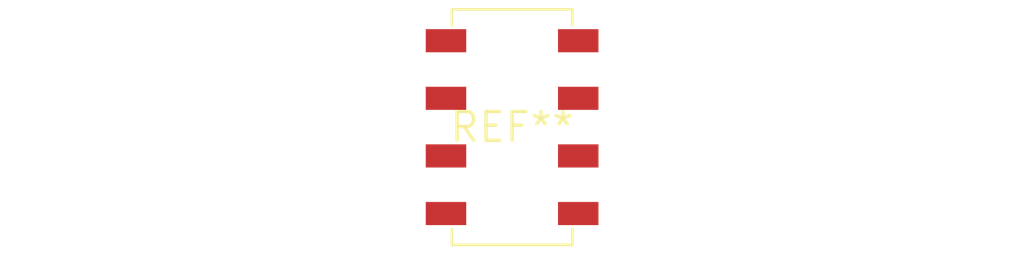
<source format=kicad_pcb>
(kicad_pcb (version 20240108) (generator pcbnew)
  (layers (0 "F.Cu" signal) (31 "B.Cu" signal) (34 "B.Paste" user) (35 "F.Paste" user) (36 "B.SilkS" user "B.Silkscreen") (37 "F.SilkS" user "F.Silkscreen") (38 "B.Mask" user) (39 "F.Mask" user) (44 "Edge.Cuts" user))
  (net 0 "")
  (footprint "Harwin_M20-7810445_2x04_P2.54mm_Vertical" (layer "F.Cu") (at 0 0)
    (property "Reference" "REF**")
    (property "Value" "Harwin_M20-7810445_2x04_P2.54mm_Vertical")
    (fp_line (start -2.65 -5.19) (end 2.65 -5.19) (layer "F.SilkS") (stroke (width 0.12)))
    (fp_line (start -2.65 -4.49) (end -2.65 -5.19) (layer "F.SilkS") (stroke (width 0.12)))
    (fp_line (start -2.65 4.49) (end -2.65 5.19) (layer "F.SilkS") (stroke (width 0.12)))
    (fp_line (start -2.65 5.19) (end 2.65 5.19) (layer "F.SilkS") (stroke (width 0.12)))
    (fp_line (start 2.65 -5.19) (end 2.65 -4.49) (layer "F.SilkS") (stroke (width 0.12)))
    (fp_line (start 2.65 5.19) (end 2.65 4.49) (layer "F.SilkS") (stroke (width 0.12)))
    (pad "" np_thru_hole circle (at -1.27 -3.81) (size 1.02 1.02) (drill 1.02) (layers *.Cu *.Mask))
    (pad "" np_thru_hole circle (at -1.27 -1.27) (size 1.02 1.02) (drill 1.02) (layers *.Cu *.Mask))
    (pad "" np_thru_hole circle (at -1.27 1.27) (size 1.02 1.02) (drill 1.02) (layers *.Cu *.Mask))
    (pad "" np_thru_hole circle (at -1.27 3.81) (size 1.02 1.02) (drill 1.02) (layers *.Cu *.Mask))
    (pad "" np_thru_hole circle (at 0 -2.54) (size 1.8 1.8) (drill 1.8) (layers *.Cu *.Mask))
    (pad "" np_thru_hole circle (at 0 2.54) (size 1.8 1.8) (drill 1.8) (layers *.Cu *.Mask))
    (pad "" np_thru_hole circle (at 1.27 -3.81) (size 1.02 1.02) (drill 1.02) (layers *.Cu *.Mask))
    (pad "" np_thru_hole circle (at 1.27 -1.27) (size 1.02 1.02) (drill 1.02) (layers *.Cu *.Mask))
    (pad "" np_thru_hole circle (at 1.27 1.27) (size 1.02 1.02) (drill 1.02) (layers *.Cu *.Mask))
    (pad "" np_thru_hole circle (at 1.27 3.81) (size 1.02 1.02) (drill 1.02) (layers *.Cu *.Mask))
    (pad "1" smd rect (at -2.91 -3.81) (size 1.78 1.02) (layers "F.Cu" "F.Paste" "F.Mask"))
    (pad "2" smd rect (at -2.91 -1.27) (size 1.78 1.02) (layers "F.Cu" "F.Paste" "F.Mask"))
    (pad "3" smd rect (at -2.91 1.27) (size 1.78 1.02) (layers "F.Cu" "F.Paste" "F.Mask"))
    (pad "4" smd rect (at -2.91 3.81) (size 1.78 1.02) (layers "F.Cu" "F.Paste" "F.Mask"))
    (pad "5" smd rect (at 2.91 -3.81) (size 1.78 1.02) (layers "F.Cu" "F.Paste" "F.Mask"))
    (pad "6" smd rect (at 2.91 -1.27) (size 1.78 1.02) (layers "F.Cu" "F.Paste" "F.Mask"))
    (pad "7" smd rect (at 2.91 1.27) (size 1.78 1.02) (layers "F.Cu" "F.Paste" "F.Mask"))
    (pad "8" smd rect (at 2.91 3.81) (size 1.78 1.02) (layers "F.Cu" "F.Paste" "F.Mask"))
  )
)
</source>
